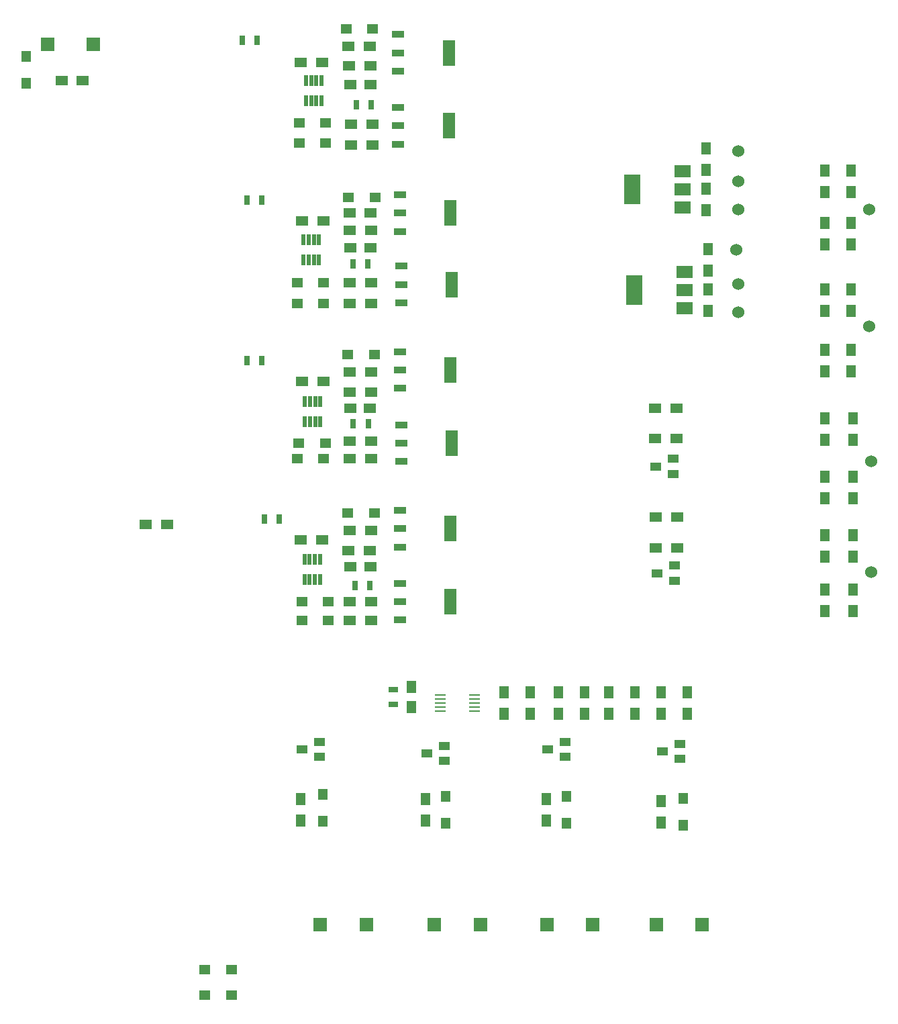
<source format=gtp>
G04 #@! TF.FileFunction,Paste,Top*
%FSLAX46Y46*%
G04 Gerber Fmt 4.6, Leading zero omitted, Abs format (unit mm)*
G04 Created by KiCad (PCBNEW 4.0.7-e2-6376~60~ubuntu17.10.1) date Wed Nov  8 13:38:44 2017*
%MOMM*%
%LPD*%
G01*
G04 APERTURE LIST*
%ADD10C,0.100000*%
%ADD11R,1.300000X0.700000*%
%ADD12R,0.700000X1.300000*%
%ADD13R,1.422400X0.279400*%
%ADD14R,1.500000X1.250000*%
%ADD15R,1.625600X0.889000*%
%ADD16R,1.625600X3.175000*%
%ADD17R,1.500000X1.300000*%
%ADD18R,1.350000X1.200000*%
%ADD19R,0.508000X1.320800*%
%ADD20R,1.800000X1.800000*%
%ADD21R,1.250000X1.500000*%
%ADD22R,1.300000X1.500000*%
%ADD23R,1.200000X1.350000*%
%ADD24R,2.000000X3.800000*%
%ADD25R,2.000000X1.500000*%
%ADD26R,1.400000X1.000000*%
%ADD27C,1.524000*%
G04 APERTURE END LIST*
D10*
D11*
X102682000Y-104694000D03*
X102682000Y-106594000D03*
D12*
X86150000Y-63200000D03*
X84250000Y-63200000D03*
X85550000Y-22800000D03*
X83650000Y-22800000D03*
X99950000Y-31000000D03*
X98050000Y-31000000D03*
D13*
X112994400Y-107396600D03*
X112994400Y-106914000D03*
X112994400Y-106406000D03*
X112994400Y-105898000D03*
X112994400Y-105415400D03*
X108625600Y-105415400D03*
X108625600Y-105898000D03*
X108625600Y-106406000D03*
X108625600Y-106914000D03*
X108625600Y-107396600D03*
D14*
X99825000Y-49025000D03*
X97325000Y-49025000D03*
D15*
X103324600Y-31313600D03*
X103324600Y-33625000D03*
X103324600Y-35936400D03*
D16*
X109725400Y-33625000D03*
D17*
X97025000Y-87225000D03*
X99725000Y-87225000D03*
D14*
X99825000Y-89225000D03*
X97325000Y-89225000D03*
D18*
X100325000Y-82425000D03*
X96975000Y-82425000D03*
D17*
X93725000Y-85825000D03*
X91025000Y-85825000D03*
D18*
X91175000Y-96025000D03*
X94525000Y-96025000D03*
X91175000Y-93625000D03*
X94525000Y-93625000D03*
D19*
X93455400Y-88285000D03*
X92820400Y-88285000D03*
X92160000Y-88285000D03*
X91525000Y-88285000D03*
X91525000Y-90825000D03*
X92160000Y-90825000D03*
X92820400Y-90825000D03*
X93455400Y-90825000D03*
D17*
X97225000Y-93625000D03*
X99925000Y-93625000D03*
X97225000Y-96025000D03*
X99925000Y-96025000D03*
X99925000Y-84625000D03*
X97225000Y-84625000D03*
X97125000Y-26025000D03*
X99825000Y-26025000D03*
D20*
X59102000Y-23324000D03*
X64902000Y-23324000D03*
X107902000Y-134324000D03*
X113702000Y-134324000D03*
D14*
X99825000Y-28425000D03*
X97325000Y-28425000D03*
X99775000Y-69225000D03*
X97275000Y-69225000D03*
D21*
X104968000Y-106894000D03*
X104968000Y-104394000D03*
D22*
X160426000Y-41986000D03*
X160426000Y-39286000D03*
X160426000Y-56972000D03*
X160426000Y-54272000D03*
X160680000Y-73228000D03*
X160680000Y-70528000D03*
X160680000Y-87960000D03*
X160680000Y-85260000D03*
X160426000Y-48590000D03*
X160426000Y-45890000D03*
X160426000Y-64592000D03*
X160426000Y-61892000D03*
X160680000Y-80594000D03*
X160680000Y-77894000D03*
X160680000Y-94818000D03*
X160680000Y-92118000D03*
D18*
X90825000Y-33225000D03*
X94175000Y-33225000D03*
X90575000Y-53425000D03*
X93925000Y-53425000D03*
X90775000Y-73625000D03*
X94125000Y-73625000D03*
D23*
X93792000Y-117914000D03*
X93792000Y-121264000D03*
X109286000Y-118168000D03*
X109286000Y-121518000D03*
X124526000Y-118168000D03*
X124526000Y-121518000D03*
X139258000Y-118422000D03*
X139258000Y-121772000D03*
X56402000Y-28224000D03*
X56402000Y-24874000D03*
D18*
X100125000Y-21425000D03*
X96775000Y-21425000D03*
X100425000Y-42625000D03*
X97075000Y-42625000D03*
X100325000Y-62425000D03*
X96975000Y-62425000D03*
D24*
X132892000Y-41652000D03*
D25*
X139192000Y-41652000D03*
X139192000Y-39352000D03*
X139192000Y-43952000D03*
D24*
X133146000Y-54352000D03*
D25*
X139446000Y-54352000D03*
X139446000Y-52052000D03*
X139446000Y-56652000D03*
D26*
X135831000Y-76577000D03*
X138031000Y-75627000D03*
X138031000Y-77527000D03*
X135958000Y-90039000D03*
X138158000Y-89089000D03*
X138158000Y-90989000D03*
D15*
X103724600Y-51313600D03*
X103724600Y-53625000D03*
X103724600Y-55936400D03*
D16*
X110125400Y-53625000D03*
D15*
X103324600Y-22113600D03*
X103324600Y-24425000D03*
X103324600Y-26736400D03*
D16*
X109725400Y-24425000D03*
D15*
X103540600Y-42313600D03*
X103540600Y-44625000D03*
X103540600Y-46936400D03*
D16*
X109941400Y-44625000D03*
D15*
X103724600Y-71313600D03*
X103724600Y-73625000D03*
X103724600Y-75936400D03*
D16*
X110125400Y-73625000D03*
D15*
X103524600Y-91313600D03*
X103524600Y-93625000D03*
X103524600Y-95936400D03*
D16*
X109925400Y-93625000D03*
D15*
X103524600Y-62113600D03*
X103524600Y-64425000D03*
X103524600Y-66736400D03*
D16*
X109925400Y-64425000D03*
D15*
X103524600Y-82113600D03*
X103524600Y-84425000D03*
X103524600Y-86736400D03*
D16*
X109925400Y-84425000D03*
D26*
X91168000Y-112248000D03*
X93368000Y-111298000D03*
X93368000Y-113198000D03*
X106916000Y-112756000D03*
X109116000Y-111806000D03*
X109116000Y-113706000D03*
X122156000Y-112248000D03*
X124356000Y-111298000D03*
X124356000Y-113198000D03*
X136634000Y-112502000D03*
X138834000Y-111552000D03*
X138834000Y-113452000D03*
D22*
X157124000Y-39286000D03*
X157124000Y-41986000D03*
X157124000Y-54272000D03*
X157124000Y-56972000D03*
X157124000Y-70528000D03*
X157124000Y-73228000D03*
X157124000Y-85260000D03*
X157124000Y-87960000D03*
X157124000Y-45890000D03*
X157124000Y-48590000D03*
X157124000Y-61892000D03*
X157124000Y-64592000D03*
X157124000Y-77894000D03*
X157124000Y-80594000D03*
X157124000Y-92118000D03*
X157124000Y-94818000D03*
X142138000Y-44272000D03*
X142138000Y-41572000D03*
X142138000Y-36492000D03*
X142138000Y-39192000D03*
X142392000Y-56972000D03*
X142392000Y-54272000D03*
X142392000Y-49192000D03*
X142392000Y-51892000D03*
D17*
X138408000Y-69211000D03*
X135708000Y-69211000D03*
X135771500Y-73059100D03*
X138471500Y-73059100D03*
X138535000Y-82927000D03*
X135835000Y-82927000D03*
X135835000Y-86864000D03*
X138535000Y-86864000D03*
X71450000Y-83884000D03*
X74150000Y-83884000D03*
X97375000Y-33425000D03*
X100075000Y-33425000D03*
X97225000Y-53425000D03*
X99925000Y-53425000D03*
X93725000Y-25625000D03*
X91025000Y-25625000D03*
X93925000Y-45625000D03*
X91225000Y-45625000D03*
X97025000Y-23625000D03*
X99725000Y-23625000D03*
X97175000Y-44625000D03*
X99875000Y-44625000D03*
X97225000Y-46825000D03*
X99925000Y-46825000D03*
X97225000Y-73425000D03*
X99925000Y-73425000D03*
X93875000Y-65825000D03*
X91175000Y-65825000D03*
X99925000Y-64625000D03*
X97225000Y-64625000D03*
X97225000Y-67225000D03*
X99925000Y-67225000D03*
D22*
X90998000Y-121218000D03*
X90998000Y-118518000D03*
X106746000Y-121218000D03*
X106746000Y-118518000D03*
X121986000Y-121218000D03*
X121986000Y-118518000D03*
X136464000Y-121472000D03*
X136464000Y-118772000D03*
X116652000Y-105056000D03*
X116652000Y-107756000D03*
X123510000Y-105056000D03*
X123510000Y-107756000D03*
X139766000Y-105056000D03*
X139766000Y-107756000D03*
X129860000Y-105056000D03*
X129860000Y-107756000D03*
X119954000Y-107756000D03*
X119954000Y-105056000D03*
X126812000Y-107756000D03*
X126812000Y-105056000D03*
X136464000Y-107756000D03*
X136464000Y-105056000D03*
X133162000Y-107756000D03*
X133162000Y-105056000D03*
D27*
X162712000Y-44192000D03*
X162712000Y-58924000D03*
X162966000Y-75942000D03*
X162966000Y-89912000D03*
X146202000Y-44192000D03*
X146202000Y-57146000D03*
X146202000Y-40636000D03*
X146202000Y-36826000D03*
X146202000Y-53590000D03*
X145948000Y-49272000D03*
D19*
X93655400Y-27885000D03*
X93020400Y-27885000D03*
X92360000Y-27885000D03*
X91725000Y-27885000D03*
X91725000Y-30425000D03*
X92360000Y-30425000D03*
X93020400Y-30425000D03*
X93655400Y-30425000D03*
X93325000Y-48025000D03*
X92690000Y-48025000D03*
X92029600Y-48025000D03*
X91394600Y-48025000D03*
X91394600Y-50565000D03*
X92029600Y-50565000D03*
X92690000Y-50565000D03*
X93325000Y-50565000D03*
X93490200Y-68355000D03*
X92855200Y-68355000D03*
X92194800Y-68355000D03*
X91559800Y-68355000D03*
X91559800Y-70895000D03*
X92194800Y-70895000D03*
X92855200Y-70895000D03*
X93490200Y-70895000D03*
D18*
X90825000Y-35825000D03*
X94175000Y-35825000D03*
X90575000Y-56025000D03*
X93925000Y-56025000D03*
X90575000Y-75625000D03*
X93925000Y-75625000D03*
D17*
X97375000Y-36025000D03*
X100075000Y-36025000D03*
X97225000Y-56025000D03*
X99925000Y-56025000D03*
X97225000Y-75625000D03*
X99925000Y-75625000D03*
X63552000Y-27924000D03*
X60852000Y-27924000D03*
D18*
X82300000Y-140000000D03*
X78950000Y-140000000D03*
X82300000Y-143200000D03*
X78950000Y-143200000D03*
D20*
X135902000Y-134324000D03*
X141702000Y-134324000D03*
X122102000Y-134324000D03*
X127902000Y-134324000D03*
X93502000Y-134324000D03*
X99302000Y-134324000D03*
D12*
X86150000Y-43000000D03*
X84250000Y-43000000D03*
X99550000Y-71225000D03*
X97650000Y-71225000D03*
X99525000Y-51025000D03*
X97625000Y-51025000D03*
X99750000Y-91600000D03*
X97850000Y-91600000D03*
X88350000Y-83200000D03*
X86450000Y-83200000D03*
M02*

</source>
